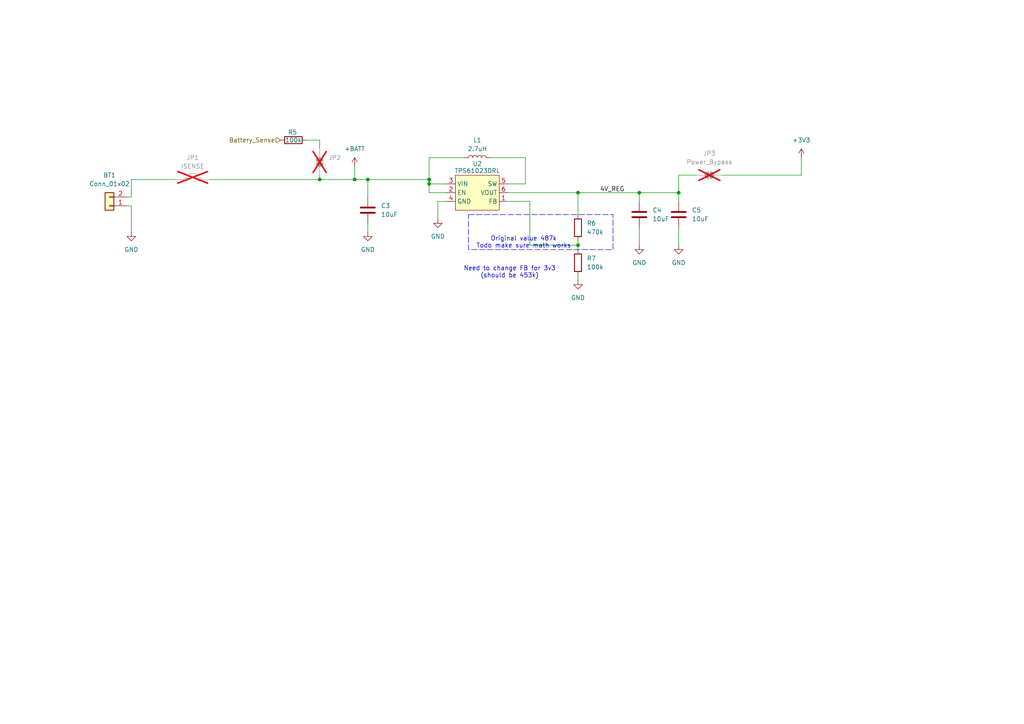
<source format=kicad_sch>
(kicad_sch (version 20231120) (generator "eeschema") (generator_version "8.0")
  (paper "A4")
  (lib_symbols
    (symbol "Connector_Generic:Conn_01x02" (pin_names (offset 1.016) hide)
      (property "Reference" "J" (at 0 2.54 0))
      (property "Value" "Conn_01x02" (at 0 -5.08 0))
      (symbol "Conn_01x02_1_1"
        (rectangle (start -1.27 -2.413) (end 0 -2.667) (stroke (width 0.1524)))
        (rectangle (start -1.27 0.127) (end 0 -0.127) (stroke (width 0.1524)))
        (rectangle (start -1.27 1.27) (end 1.27 -3.81) (stroke (width 0.254)) (fill (type background)))
        (pin passive line (at -5.08 0 0) (length 3.81) (name "Pin_1") (number "1"))
        (pin passive line (at -5.08 -2.54 0) (length 3.81) (name "Pin_2") (number "2"))
      )
    )
    (symbol "Device:C" (pin_numbers hide) (pin_names (offset 0.254))
      (property "Reference" "C" (at 0.635 2.54 0))
      (property "Value" "C" (at 0.635 -2.54 0))
      (symbol "C_0_1"
        (polyline (pts (xy -2.032 -0.762) (xy 2.032 -0.762)) (stroke (width 0.508)))
        (polyline (pts (xy -2.032 0.762) (xy 2.032 0.762)) (stroke (width 0.508)))
      )
      (symbol "C_1_1"
        (pin passive line (at 0 3.81 270) (length 2.794) (name "~") (number "1"))
        (pin passive line (at 0 -3.81 90) (length 2.794) (name "~") (number "2"))
      )
    )
    (symbol "Device:L" (pin_numbers hide) (pin_names (offset 1.016) hide)
      (property "Reference" "L" (at -1.27 0 90))
      (property "Value" "L" (at 1.905 0 90))
      (symbol "L_0_1"
        (arc (start 0 -2.54) (mid 0.6323 -1.905) (end 0 -1.27))
        (arc (start 0 -1.27) (mid 0.6323 -0.635) (end 0 0))
        (arc (start 0 0) (mid 0.6323 0.635) (end 0 1.27))
        (arc (start 0 1.27) (mid 0.6323 1.905) (end 0 2.54))
      )
      (symbol "L_1_1"
        (pin passive line (at 0 3.81 270) (length 1.27) (name "1") (number "1"))
        (pin passive line (at 0 -3.81 90) (length 1.27) (name "2") (number "2"))
      )
    )
    (symbol "Device:R" (pin_numbers hide) (pin_names (offset 0))
      (property "Reference" "R" (at 2.032 0 90))
      (property "Value" "R" (at 0 0 90))
      (symbol "R_0_1"
        (rectangle (start -1.016 -2.54) (end 1.016 2.54) (stroke (width 0.254)))
      )
      (symbol "R_1_1"
        (pin passive line (at 0 3.81 270) (length 1.27) (name "~") (number "1"))
        (pin passive line (at 0 -3.81 90) (length 1.27) (name "~") (number "2"))
      )
    )
    (symbol "Jumper:Jumper_2_Open" (pin_numbers hide) (pin_names (offset 0) hide) (exclude_from_sim yes)
      (property "Reference" "JP" (at 0 2.794 0))
      (property "Value" "Jumper_2_Open" (at 0 -2.286 0))
      (symbol "Jumper_2_Open_0_0"
        (circle (center -2.032 0) (radius 0.508))
        (circle (center 2.032 0) (radius 0.508))
      )
      (symbol "Jumper_2_Open_0_1"
        (arc (start 1.524 1.27) (mid 0 1.778) (end -1.524 1.27))
      )
      (symbol "Jumper_2_Open_1_1"
        (pin passive line (at -5.08 0 0) (length 2.54) (name "A") (number "1"))
        (pin passive line (at 5.08 0 180) (length 2.54) (name "B") (number "2"))
      )
    )
    (symbol "Jumper:SolderJumper_2_Bridged" (pin_numbers hide) (pin_names (offset 0) hide) (exclude_from_sim yes) (in_bom no)
      (property "Reference" "JP" (at 0 2.032 0))
      (property "Value" "SolderJumper_2_Bridged" (at 0 -2.54 0))
      (symbol "SolderJumper_2_Bridged_0_1"
        (rectangle (start -0.508 0.508) (end 0.508 -0.508) (fill (type outline)))
        (arc (start -0.254 1.016) (mid -1.2656 0) (end -0.254 -1.016))
        (arc (start -0.254 1.016) (mid -1.2656 0) (end -0.254 -1.016) (fill (type outline)))
        (polyline (pts (xy -0.254 1.016) (xy -0.254 -1.016)))
        (polyline (pts (xy 0.254 1.016) (xy 0.254 -1.016)))
        (arc (start 0.254 -1.016) (mid 1.2656 0) (end 0.254 1.016))
        (arc (start 0.254 -1.016) (mid 1.2656 0) (end 0.254 1.016) (fill (type outline)))
      )
      (symbol "SolderJumper_2_Bridged_1_1"
        (pin passive line (at -3.81 0 0) (length 2.54) (name "A") (number "1"))
        (pin passive line (at 3.81 0 180) (length 2.54) (name "B") (number "2"))
      )
    )
    (symbol "cat:TPS61023DRL"
      (property "Reference" "U" (at 0 2.794 0))
      (property "Value" "TPS61023DRL" (at 0 1.016 0))
      (property "LCSC Part #" "C919459" (at 0 0 0))
      (symbol "TPS61023DRL_1_1"
        (rectangle (start -6.35 0) (end 6.35 -10.16) (fill (type background)))
        (pin input line (at 8.89 -7.62 180) (length 2.54) (name "FB") (number "1"))
        (pin input line (at -8.89 -5.08 0) (length 2.54) (name "EN") (number "2"))
        (pin power_in line (at -8.89 -2.54 0) (length 2.54) (name "VIN") (number "3"))
        (pin power_in line (at -8.89 -7.62 0) (length 2.54) (name "GND") (number "4"))
        (pin unspecified line (at 8.89 -2.54 180) (length 2.54) (name "SW") (number "5"))
        (pin power_out line (at 8.89 -5.08 180) (length 2.54) (name "VOUT") (number "6"))
      )
    )
    (symbol "power:+3V3" (power) (pin_numbers hide) (pin_names (offset 0) hide)
      (property "Value" "+3V3" (at 0 3.556 0))
      (symbol "+3V3_0_1"
        (polyline (pts (xy -0.762 1.27) (xy 0 2.54)))
        (polyline (pts (xy 0 0) (xy 0 2.54)))
        (polyline (pts (xy 0 2.54) (xy 0.762 1.27)))
      )
      (symbol "+3V3_1_1"
        (pin power_in line (at 0 0 90) (length 0) (name "~") (number "1"))
      )
    )
    (symbol "power:+BATT" (power) (pin_numbers hide) (pin_names (offset 0) hide)
      (property "Value" "+BATT" (at 0 3.556 0))
      (symbol "+BATT_0_1"
        (polyline (pts (xy -0.762 1.27) (xy 0 2.54)))
        (polyline (pts (xy 0 0) (xy 0 2.54)))
        (polyline (pts (xy 0 2.54) (xy 0.762 1.27)))
      )
      (symbol "+BATT_1_1"
        (pin power_in line (at 0 0 90) (length 0) (name "~") (number "1"))
      )
    )
    (symbol "power:GND" (power) (pin_numbers hide) (pin_names (offset 0) hide)
      (property "Value" "GND" (at 0 -3.81 0))
      (symbol "GND_0_1"
        (polyline (pts (xy 0 0) (xy 0 -1.27) (xy 1.27 -1.27) (xy 0 -2.54) (xy -1.27 -1.27) (xy 0 -1.27)))
      )
      (symbol "GND_1_1"
        (pin power_in line (at 0 0 270) (length 0) (name "~") (number "1"))
      )
    )
  )
  (junction (at 124.46 52.07))
  (junction (at 92.71 52.07))
  (junction (at 124.46 53.34))
  (junction (at 106.68 52.07))
  (junction (at 167.64 55.88))
  (junction (at 102.87 52.07))
  (junction (at 185.42 55.88))
  (junction (at 196.85 55.88))
  (junction (at 167.64 71.12))
  (wire (pts (xy 167.64 71.12) (xy 167.64 72.39)))
  (wire (pts (xy 167.64 71.12) (xy 167.64 69.85)))
  (wire (pts (xy 134.62 45.72) (xy 124.46 45.72)))
  (wire (pts (xy 92.71 52.07) (xy 102.87 52.07)))
  (wire (pts (xy 127 58.42) (xy 129.54 58.42)))
  (wire (pts (xy 196.85 50.8) (xy 196.85 55.88)))
  (wire (pts (xy 152.4 45.72) (xy 142.24 45.72)))
  (wire (pts (xy 124.46 53.34) (xy 129.54 53.34)))
  (wire (pts (xy 102.87 52.07) (xy 106.68 52.07)))
  (wire (pts (xy 196.85 66.04) (xy 196.85 71.12)))
  (wire (pts (xy 152.4 53.34) (xy 152.4 45.72)))
  (wire (pts (xy 147.32 55.88) (xy 167.64 55.88)))
  (wire (pts (xy 196.85 55.88) (xy 196.85 58.42)))
  (wire (pts (xy 92.71 40.64) (xy 92.71 43.18)))
  (wire (pts (xy 167.64 81.28) (xy 167.64 80.01)))
  (wire (pts (xy 106.68 52.07) (xy 124.46 52.07)))
  (wire (pts (xy 147.32 53.34) (xy 152.4 53.34)))
  (wire (pts (xy 232.41 45.72) (xy 232.41 50.8)))
  (wire (pts (xy 124.46 45.72) (xy 124.46 52.07)))
  (wire (pts (xy 106.68 64.77) (xy 106.68 67.31)))
  (wire (pts (xy 124.46 52.07) (xy 124.46 53.34)))
  (wire (pts (xy 92.71 50.8) (xy 92.71 52.07)))
  (wire (pts (xy 185.42 66.04) (xy 185.42 71.12)))
  (wire (pts (xy 38.1 52.07) (xy 38.1 57.15)))
  (wire (pts (xy 38.1 59.69) (xy 38.1 67.31)))
  (wire (pts (xy 201.93 50.8) (xy 196.85 50.8)))
  (wire (pts (xy 167.64 55.88) (xy 167.64 62.23)))
  (wire (pts (xy 38.1 52.07) (xy 50.8 52.07)))
  (wire (pts (xy 209.55 50.8) (xy 232.41 50.8)))
  (wire (pts (xy 106.68 52.07) (xy 106.68 57.15)))
  (wire (pts (xy 147.32 58.42) (xy 153.67 58.42)))
  (wire (pts (xy 127 58.42) (xy 127 63.5)))
  (wire (pts (xy 167.64 55.88) (xy 185.42 55.88)))
  (wire (pts (xy 38.1 57.15) (xy 36.83 57.15)))
  (wire (pts (xy 153.67 58.42) (xy 153.67 71.12)))
  (wire (pts (xy 102.87 48.26) (xy 102.87 52.07)))
  (wire (pts (xy 153.67 71.12) (xy 167.64 71.12)))
  (wire (pts (xy 124.46 55.88) (xy 129.54 55.88)))
  (wire (pts (xy 185.42 55.88) (xy 196.85 55.88)))
  (wire (pts (xy 185.42 55.88) (xy 185.42 58.42)))
  (wire (pts (xy 60.96 52.07) (xy 92.71 52.07)))
  (wire (pts (xy 88.9 40.64) (xy 92.71 40.64)))
  (wire (pts (xy 36.83 59.69) (xy 38.1 59.69)))
  (wire (pts (xy 124.46 55.88) (xy 124.46 53.34)))
  (rectangle (start 135.89 62.23) (end 177.8 72.39) (stroke (width 0) (type dash)))
  (text "Original value 487k\nTodo make sure math works" (at 151.892 70.358 0) (effects (font (size 1.27 1.27))))
  (text "Need to change FB for 3v3\n(should be 453k)" (at 147.828 78.994 0) (effects (font (size 1.27 1.27))))
  (label "4V_REG" (at 173.99 55.88 0))
  (hierarchical_label "Battery_Sense" (shape input) (at 81.28 40.64 180))
  (symbol (lib_id "Device:C") (at 185.42 62.23 0) (unit 1)
    (property "Reference" "C4" (at 189.23 60.9599 0) (effects (justify left)))
    (property "Value" "10uF" (at 189.23 63.4999 0) (effects (justify left)))
    (property "Footprint" "Capacitor_SMD:C_0805_2012Metric" (effects (hide yes)))
    (property "Description" "Unpolarized capacitor" (effects (hide yes)))
    (property "LCSC Part #" "C15850" (effects (hide yes)))
  )
  (symbol (lib_id "Jumper:SolderJumper_2_Bridged") (at 205.74 50.8 0) (unit 1) (exclude_from_sim yes) (in_bom no) (dnp yes)
    (property "Reference" "JP3" (at 205.74 44.45 0))
    (property "Value" "Power_Bypass" (at 205.74 46.99 0))
    (property "Footprint" "Jumper:SolderJumper-2_P1.3mm_Bridged2Bar_RoundedPad1.0x1.5mm" (effects (hide yes)))
    (property "Description" "Solder Jumper, 2-pole, closed/bridged" (effects (hide yes)))
  )
  (symbol (lib_id "Connector_Generic:Conn_01x02") (at 31.75 59.69 180) (unit 1)
    (property "Reference" "BT1" (at 31.75 50.8 0))
    (property "Value" "Conn_01x02" (at 31.75 53.34 0))
    (property "Footprint" "Connector_JST:JST_PH_S2B-PH-SM4-TB_1x02-1MP_P2.00mm_Horizontal" (effects (hide yes)))
    (property "Description" "Generic connector, single row, 01x02, script generated (kicad-library-utils/schlib/autogen/connector/)" (effects (hide yes)))
    (property "DK #" "36-2466-ND" (effects (hide yes)))
    (property "LCSC Part #" "C47647" (effects (hide yes)))
  )
  (symbol (lib_id "Jumper:SolderJumper_2_Bridged") (at 92.71 46.99 90) (unit 1) (exclude_from_sim yes) (in_bom no) (dnp yes)
    (property "Reference" "JP2" (at 95.25 45.7199 90) (effects (justify right)))
    (property "Value" "SolderJumper_2_Bridged" (effects (hide yes)))
    (property "Footprint" "Jumper:SolderJumper-2_P1.3mm_Bridged2Bar_RoundedPad1.0x1.5mm" (effects (hide yes)))
    (property "Description" "Solder Jumper, 2-pole, closed/bridged" (effects (hide yes)))
  )
  (symbol (lib_id "Jumper:Jumper_2_Open") (at 55.88 52.07 0) (unit 1) (exclude_from_sim yes) (dnp yes)
    (property "Reference" "JP1" (at 55.88 45.72 0))
    (property "Value" "ISENSE" (at 55.88 48.26 0))
    (property "Footprint" "Jumper:SolderJumper-2_P1.3mm_Bridged2Bar_RoundedPad1.0x1.5mm" (effects (hide yes)))
    (property "Description" "Jumper, 2-pole, open" (effects (hide yes)))
  )
  (symbol (lib_id "Device:R") (at 167.64 76.2 0) (unit 1)
    (property "Reference" "R7" (at 170.18 74.9299 0) (effects (justify left)))
    (property "Value" "100k" (at 170.18 77.4699 0) (effects (justify left)))
    (property "Footprint" "Resistor_SMD:R_0402_1005Metric" (effects (hide yes)))
    (property "Description" "Resistor" (effects (hide yes)))
    (property "LCSC Part #" "C25741" (effects (hide yes)))
  )
  (symbol (lib_id "power:GND") (at 196.85 71.12 0) (unit 1)
    (property "Reference" "#PWR16" (effects (hide yes)))
    (property "Value" "GND" (at 196.85 76.2 0))
    (property "Description" "Power symbol creates a global label with name \"GND\" , ground" (effects (hide yes)))
  )
  (symbol (lib_id "power:GND") (at 167.64 81.28 0) (unit 1)
    (property "Reference" "#PWR14" (effects (hide yes)))
    (property "Value" "GND" (at 167.64 86.36 0))
    (property "Description" "Power symbol creates a global label with name \"GND\" , ground" (effects (hide yes)))
  )
  (symbol (lib_id "power:GND") (at 38.1 67.31 0) (unit 1)
    (property "Reference" "#PWR1" (effects (hide yes)))
    (property "Value" "GND" (at 38.1 72.39 0))
    (property "Description" "Power symbol creates a global label with name \"GND\" , ground" (effects (hide yes)))
  )
  (symbol (lib_id "power:+BATT") (at 102.87 48.26 0) (unit 1)
    (property "Reference" "#PWR46" (effects (hide yes)))
    (property "Value" "+BATT" (at 102.87 43.18 0))
    (property "Description" "Power symbol creates a global label with name \"+BATT\"" (effects (hide yes)))
  )
  (symbol (lib_id "power:GND") (at 127 63.5 0) (unit 1)
    (property "Reference" "#PWR13" (effects (hide yes)))
    (property "Value" "GND" (at 127 68.58 0))
    (property "Description" "Power symbol creates a global label with name \"GND\" , ground" (effects (hide yes)))
  )
  (symbol (lib_id "power:+3V3") (at 232.41 45.72 0) (unit 1)
    (property "Reference" "#PWR17" (effects (hide yes)))
    (property "Value" "+3V3" (at 232.41 40.64 0))
    (property "Description" "Power symbol creates a global label with name \"+3V3\"" (effects (hide yes)))
  )
  (symbol (lib_id "power:GND") (at 106.68 67.31 0) (unit 1)
    (property "Reference" "#PWR12" (effects (hide yes)))
    (property "Value" "GND" (at 106.68 72.39 0))
    (property "Description" "Power symbol creates a global label with name \"GND\" , ground" (effects (hide yes)))
  )
  (symbol (lib_id "power:GND") (at 185.42 71.12 0) (unit 1)
    (property "Reference" "#PWR15" (effects (hide yes)))
    (property "Value" "GND" (at 185.42 76.2 0))
    (property "Description" "Power symbol creates a global label with name \"GND\" , ground" (effects (hide yes)))
  )
  (symbol (lib_id "Device:R") (at 167.64 66.04 0) (unit 1)
    (property "Reference" "R6" (at 170.18 64.7699 0) (effects (justify left)))
    (property "Value" "470k" (at 170.18 67.3099 0) (effects (justify left)))
    (property "Footprint" "Resistor_SMD:R_0402_1005Metric" (effects (hide yes)))
    (property "Description" "Resistor" (effects (hide yes)))
    (property "LCSC Part #" "C25790" (effects (hide yes)))
  )
  (symbol (lib_id "Device:L") (at 138.43 45.72 90) (unit 1)
    (property "Reference" "L1" (at 138.43 40.64 90))
    (property "Value" "2.7uH" (at 138.43 43.18 90))
    (property "Footprint" "cat:Inductor_0806" (effects (hide yes)))
    (property "Description" "Inductor" (effects (hide yes)))
    (property "LCSC Part #" "C139222" (effects (hide yes)))
  )
  (symbol (lib_id "Device:C") (at 106.68 60.96 0) (unit 1)
    (property "Reference" "C3" (at 110.49 59.6899 0) (effects (justify left)))
    (property "Value" "10uF" (at 110.49 62.2299 0) (effects (justify left)))
    (property "Footprint" "Capacitor_SMD:C_0805_2012Metric" (effects (hide yes)))
    (property "Description" "Unpolarized capacitor" (effects (hide yes)))
    (property "LCSC Part #" "C15850" (effects (hide yes)))
  )
  (symbol (lib_id "Device:C") (at 196.85 62.23 0) (unit 1)
    (property "Reference" "C5" (at 200.66 60.9599 0) (effects (justify left)))
    (property "Value" "10uF" (at 200.66 63.4999 0) (effects (justify left)))
    (property "Footprint" "Capacitor_SMD:C_0805_2012Metric" (effects (hide yes)))
    (property "Description" "Unpolarized capacitor" (effects (hide yes)))
    (property "LCSC Part #" "C15850" (effects (hide yes)))
  )
  (symbol (lib_id "Device:R") (at 85.09 40.64 90) (unit 1)
    (property "Reference" "R5" (at 84.836 38.354 90))
    (property "Value" "100k" (at 85.09 40.64 90))
    (property "Footprint" "Resistor_SMD:R_0402_1005Metric" (effects (hide yes)))
    (property "Description" "Resistor" (effects (hide yes)))
    (property "LCSC Part #" "C25741" (effects (hide yes)))
  )
  (symbol (lib_id "cat:TPS61023DRL") (at 138.43 50.8 0) (unit 1)
    (property "Reference" "U2" (at 138.43 47.498 0))
    (property "Value" "TPS61023DRL" (at 138.43 49.53 0))
    (property "Footprint" "Package_TO_SOT_SMD:SOT-563" (effects (hide yes)))
    (property "Datasheet" "https://www.ti.com/lit/ds/symlink/tps61023.pdf" (effects (hide yes)))
    (property "LCSC Part #" "C919459" (effects (hide yes)))
  )
)
</source>
